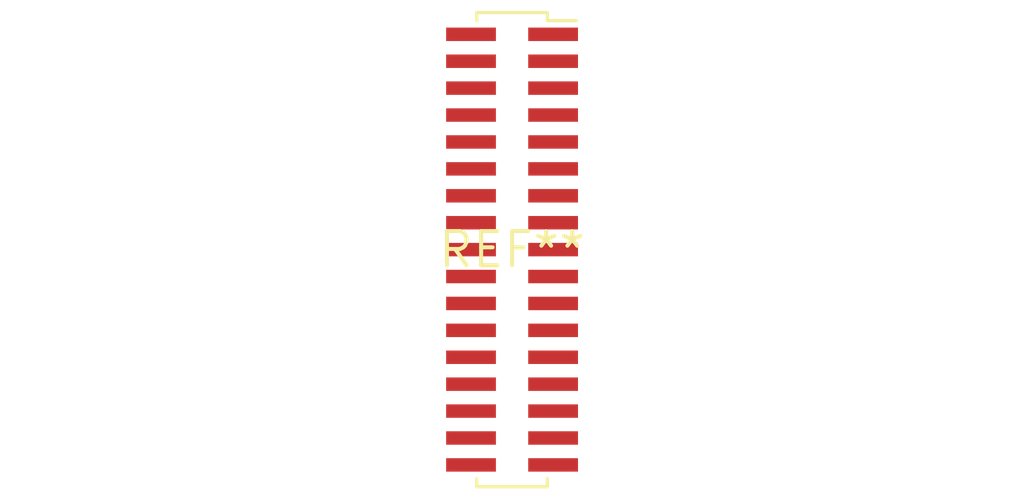
<source format=kicad_pcb>
(kicad_pcb (version 20240108) (generator pcbnew)
  (layers (0 "F.Cu" signal) (31 "B.Cu" signal) (34 "B.Paste" user) (35 "F.Paste" user) (36 "B.SilkS" user "B.Silkscreen") (37 "F.SilkS" user "F.Silkscreen") (38 "B.Mask" user) (39 "F.Mask" user) (44 "Edge.Cuts" user))
  (net 0 "")
  (footprint "PinSocket_2x17_P1.00mm_Vertical_SMD" (layer "F.Cu") (at 0 0)
    (property "Reference" "REF**")
    (property "Value" "PinSocket_2x17_P1.00mm_Vertical_SMD")
    (fp_line (start -1.31 -8.81) (end -1.31 -8.51) (layer "F.SilkS") (stroke (width 0.12)))
    (fp_line (start -1.31 -8.81) (end 1.31 -8.81) (layer "F.SilkS") (stroke (width 0.12)))
    (fp_line (start -1.31 8.51) (end -1.31 8.81) (layer "F.SilkS") (stroke (width 0.12)))
    (fp_line (start -1.31 8.81) (end 1.31 8.81) (layer "F.SilkS") (stroke (width 0.12)))
    (fp_line (start 1.31 -8.81) (end 1.31 -8.51) (layer "F.SilkS") (stroke (width 0.12)))
    (fp_line (start 1.31 -8.51) (end 2.39 -8.51) (layer "F.SilkS") (stroke (width 0.12)))
    (fp_line (start 1.31 8.51) (end 1.31 8.81) (layer "F.SilkS") (stroke (width 0.12)))
    (pad "1" smd rect (at 1.525 -8) (size 1.85 0.5) (layers "F.Cu" "F.Paste" "F.Mask"))
    (pad "2" smd rect (at -1.525 -8) (size 1.85 0.5) (layers "F.Cu" "F.Paste" "F.Mask"))
    (pad "3" smd rect (at 1.525 -7) (size 1.85 0.5) (layers "F.Cu" "F.Paste" "F.Mask"))
    (pad "4" smd rect (at -1.525 -7) (size 1.85 0.5) (layers "F.Cu" "F.Paste" "F.Mask"))
    (pad "5" smd rect (at 1.525 -6) (size 1.85 0.5) (layers "F.Cu" "F.Paste" "F.Mask"))
    (pad "6" smd rect (at -1.525 -6) (size 1.85 0.5) (layers "F.Cu" "F.Paste" "F.Mask"))
    (pad "7" smd rect (at 1.525 -5) (size 1.85 0.5) (layers "F.Cu" "F.Paste" "F.Mask"))
    (pad "8" smd rect (at -1.525 -5) (size 1.85 0.5) (layers "F.Cu" "F.Paste" "F.Mask"))
    (pad "9" smd rect (at 1.525 -4) (size 1.85 0.5) (layers "F.Cu" "F.Paste" "F.Mask"))
    (pad "10" smd rect (at -1.525 -4) (size 1.85 0.5) (layers "F.Cu" "F.Paste" "F.Mask"))
    (pad "11" smd rect (at 1.525 -3) (size 1.85 0.5) (layers "F.Cu" "F.Paste" "F.Mask"))
    (pad "12" smd rect (at -1.525 -3) (size 1.85 0.5) (layers "F.Cu" "F.Paste" "F.Mask"))
    (pad "13" smd rect (at 1.525 -2) (size 1.85 0.5) (layers "F.Cu" "F.Paste" "F.Mask"))
    (pad "14" smd rect (at -1.525 -2) (size 1.85 0.5) (layers "F.Cu" "F.Paste" "F.Mask"))
    (pad "15" smd rect (at 1.525 -1) (size 1.85 0.5) (layers "F.Cu" "F.Paste" "F.Mask"))
    (pad "16" smd rect (at -1.525 -1) (size 1.85 0.5) (layers "F.Cu" "F.Paste" "F.Mask"))
    (pad "17" smd rect (at 1.525 0) (size 1.85 0.5) (layers "F.Cu" "F.Paste" "F.Mask"))
    (pad "18" smd rect (at -1.525 0) (size 1.85 0.5) (layers "F.Cu" "F.Paste" "F.Mask"))
    (pad "19" smd rect (at 1.525 1) (size 1.85 0.5) (layers "F.Cu" "F.Paste" "F.Mask"))
    (pad "20" smd rect (at -1.525 1) (size 1.85 0.5) (layers "F.Cu" "F.Paste" "F.Mask"))
    (pad "21" smd rect (at 1.525 2) (size 1.85 0.5) (layers "F.Cu" "F.Paste" "F.Mask"))
    (pad "22" smd rect (at -1.525 2) (size 1.85 0.5) (layers "F.Cu" "F.Paste" "F.Mask"))
    (pad "23" smd rect (at 1.525 3) (size 1.85 0.5) (layers "F.Cu" "F.Paste" "F.Mask"))
    (pad "24" smd rect (at -1.525 3) (size 1.85 0.5) (layers "F.Cu" "F.Paste" "F.Mask"))
    (pad "25" smd rect (at 1.525 4) (size 1.85 0.5) (layers "F.Cu" "F.Paste" "F.Mask"))
    (pad "26" smd rect (at -1.525 4) (size 1.85 0.5) (layers "F.Cu" "F.Paste" "F.Mask"))
    (pad "27" smd rect (at 1.525 5) (size 1.85 0.5) (layers "F.Cu" "F.Paste" "F.Mask"))
    (pad "28" smd rect (at -1.525 5) (size 1.85 0.5) (layers "F.Cu" "F.Paste" "F.Mask"))
    (pad "29" smd rect (at 1.525 6) (size 1.85 0.5) (layers "F.Cu" "F.Paste" "F.Mask"))
    (pad "30" smd rect (at -1.525 6) (size 1.85 0.5) (layers "F.Cu" "F.Paste" "F.Mask"))
    (pad "31" smd rect (at 1.525 7) (size 1.85 0.5) (layers "F.Cu" "F.Paste" "F.Mask"))
    (pad "32" smd rect (at -1.525 7) (size 1.85 0.5) (layers "F.Cu" "F.Paste" "F.Mask"))
    (pad "33" smd rect (at 1.525 8) (size 1.85 0.5) (layers "F.Cu" "F.Paste" "F.Mask"))
    (pad "34" smd rect (at -1.525 8) (size 1.85 0.5) (layers "F.Cu" "F.Paste" "F.Mask"))
  )
)
</source>
